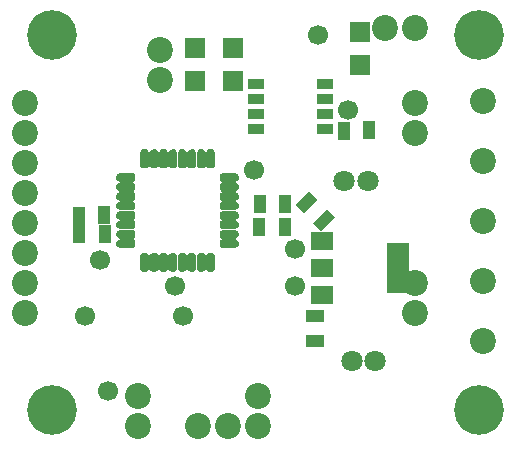
<source format=gbs>
%FSLAX34Y34*%
%MOMM*%
%LNSOLDERMASK_BOTTOM*%
G71*
G01*
%ADD10C, 1.70*%
%ADD11C, 2.20*%
%ADD12C, 0.20*%
%ADD13R, 0.70X0.70*%
%ADD14R, 1.00X1.63*%
%ADD15R, 1.63X1.00*%
%ADD16R, 1.80X1.80*%
%ADD17R, 1.90X1.60*%
%ADD18R, 1.90X4.20*%
%ADD19C, 1.80*%
%ADD20R, 1.40X0.92*%
%ADD21C, 4.20*%
%LPD*%
X250825Y-66550D02*
G54D10*
D03*
X250825Y-34800D02*
G54D10*
D03*
X295275Y82550D02*
G54D10*
D03*
X269875Y146050D02*
G54D10*
D03*
X352425Y88900D02*
G54D11*
D03*
X352425Y63500D02*
G54D11*
D03*
X22225Y88900D02*
G54D11*
D03*
X22225Y63500D02*
G54D11*
D03*
X22225Y38100D02*
G54D11*
D03*
X22225Y12700D02*
G54D11*
D03*
X22225Y-12700D02*
G54D11*
D03*
X22225Y-38100D02*
G54D11*
D03*
X352425Y-63500D02*
G54D11*
D03*
X352425Y-88900D02*
G54D11*
D03*
X409575Y-112655D02*
G54D11*
D03*
X409575Y90545D02*
G54D11*
D03*
X409575Y-61855D02*
G54D11*
D03*
X219508Y-159634D02*
G54D11*
D03*
X219508Y-185034D02*
G54D11*
D03*
X194108Y-185034D02*
G54D11*
D03*
X168705Y-185030D02*
G54D11*
D03*
X117908Y-185034D02*
G54D11*
D03*
X117908Y-159634D02*
G54D11*
D03*
X22225Y-63500D02*
G54D11*
D03*
X22225Y-88900D02*
G54D11*
D03*
X92075Y-155450D02*
G54D10*
D03*
X155575Y-91950D02*
G54D10*
D03*
X149225Y-66550D02*
G54D10*
D03*
X73025Y-91950D02*
G54D10*
D03*
X85725Y-44450D02*
G54D10*
D03*
X215717Y31764D02*
G54D10*
D03*
G36*
X202175Y26525D02*
X200175Y28525D01*
X189175Y28525D01*
X188175Y27525D01*
X188175Y23525D01*
X189175Y22525D01*
X200175Y22525D01*
X202175Y24525D01*
X202175Y26525D01*
G37*
G54D12*
X202175Y26525D02*
X200175Y28525D01*
X189175Y28525D01*
X188175Y27525D01*
X188175Y23525D01*
X189175Y22525D01*
X200175Y22525D01*
X202175Y24525D01*
X202175Y26525D01*
G36*
X202175Y18525D02*
X200175Y20525D01*
X189175Y20525D01*
X188175Y19525D01*
X188175Y15525D01*
X189175Y14525D01*
X200175Y14525D01*
X202175Y16525D01*
X202175Y18525D01*
G37*
G54D12*
X202175Y18525D02*
X200175Y20525D01*
X189175Y20525D01*
X188175Y19525D01*
X188175Y15525D01*
X189175Y14525D01*
X200175Y14525D01*
X202175Y16525D01*
X202175Y18525D01*
X193675Y25525D02*
G54D13*
D03*
X193675Y17525D02*
G54D13*
D03*
G36*
X202175Y10525D02*
X200175Y12525D01*
X189175Y12525D01*
X188175Y11525D01*
X188175Y7525D01*
X189175Y6525D01*
X200175Y6525D01*
X202175Y8525D01*
X202175Y10525D01*
G37*
G54D12*
X202175Y10525D02*
X200175Y12525D01*
X189175Y12525D01*
X188175Y11525D01*
X188175Y7525D01*
X189175Y6525D01*
X200175Y6525D01*
X202175Y8525D01*
X202175Y10525D01*
G36*
X202175Y2525D02*
X200175Y4525D01*
X189175Y4525D01*
X188175Y3525D01*
X188175Y-475D01*
X189175Y-1475D01*
X200175Y-1475D01*
X202175Y525D01*
X202175Y2525D01*
G37*
G54D12*
X202175Y2525D02*
X200175Y4525D01*
X189175Y4525D01*
X188175Y3525D01*
X188175Y-475D01*
X189175Y-1475D01*
X200175Y-1475D01*
X202175Y525D01*
X202175Y2525D01*
X193675Y9525D02*
G54D13*
D03*
X193675Y1525D02*
G54D13*
D03*
G36*
X202175Y-5475D02*
X200175Y-3475D01*
X189175Y-3475D01*
X188175Y-4475D01*
X188175Y-8475D01*
X189175Y-9475D01*
X200175Y-9475D01*
X202175Y-7475D01*
X202175Y-5475D01*
G37*
G54D12*
X202175Y-5475D02*
X200175Y-3475D01*
X189175Y-3475D01*
X188175Y-4475D01*
X188175Y-8475D01*
X189175Y-9475D01*
X200175Y-9475D01*
X202175Y-7475D01*
X202175Y-5475D01*
G36*
X202175Y-13475D02*
X200175Y-11475D01*
X189175Y-11475D01*
X188175Y-12475D01*
X188175Y-16475D01*
X189175Y-17475D01*
X200175Y-17475D01*
X202175Y-15475D01*
X202175Y-13475D01*
G37*
G54D12*
X202175Y-13475D02*
X200175Y-11475D01*
X189175Y-11475D01*
X188175Y-12475D01*
X188175Y-16475D01*
X189175Y-17475D01*
X200175Y-17475D01*
X202175Y-15475D01*
X202175Y-13475D01*
X193675Y-6475D02*
G54D13*
D03*
X193675Y-14475D02*
G54D13*
D03*
G36*
X202175Y-21475D02*
X200175Y-19475D01*
X189175Y-19475D01*
X188175Y-20475D01*
X188175Y-24475D01*
X189175Y-25475D01*
X200175Y-25475D01*
X202175Y-23475D01*
X202175Y-21475D01*
G37*
G54D12*
X202175Y-21475D02*
X200175Y-19475D01*
X189175Y-19475D01*
X188175Y-20475D01*
X188175Y-24475D01*
X189175Y-25475D01*
X200175Y-25475D01*
X202175Y-23475D01*
X202175Y-21475D01*
G36*
X202175Y-29475D02*
X200175Y-27475D01*
X189175Y-27475D01*
X188175Y-28475D01*
X188175Y-32475D01*
X189175Y-33475D01*
X200175Y-33475D01*
X202175Y-31475D01*
X202175Y-29475D01*
G37*
G54D12*
X202175Y-29475D02*
X200175Y-27475D01*
X189175Y-27475D01*
X188175Y-28475D01*
X188175Y-32475D01*
X189175Y-33475D01*
X200175Y-33475D01*
X202175Y-31475D01*
X202175Y-29475D01*
X193675Y-22475D02*
G54D13*
D03*
X193675Y-30475D02*
G54D13*
D03*
G36*
X122175Y48525D02*
X120175Y46525D01*
X120175Y35525D01*
X121175Y34525D01*
X125175Y34525D01*
X126175Y35525D01*
X126175Y46525D01*
X124175Y48525D01*
X122175Y48525D01*
G37*
G54D12*
X122175Y48525D02*
X120175Y46525D01*
X120175Y35525D01*
X121175Y34525D01*
X125175Y34525D01*
X126175Y35525D01*
X126175Y46525D01*
X124175Y48525D01*
X122175Y48525D01*
G36*
X130175Y48525D02*
X128175Y46525D01*
X128175Y35525D01*
X129175Y34525D01*
X133175Y34525D01*
X134175Y35525D01*
X134175Y46525D01*
X132175Y48525D01*
X130175Y48525D01*
G37*
G54D12*
X130175Y48525D02*
X128175Y46525D01*
X128175Y35525D01*
X129175Y34525D01*
X133175Y34525D01*
X134175Y35525D01*
X134175Y46525D01*
X132175Y48525D01*
X130175Y48525D01*
X123175Y40025D02*
G54D13*
D03*
X131175Y40025D02*
G54D13*
D03*
G36*
X138175Y48525D02*
X136175Y46525D01*
X136175Y35525D01*
X137175Y34525D01*
X141175Y34525D01*
X142175Y35525D01*
X142175Y46525D01*
X140175Y48525D01*
X138175Y48525D01*
G37*
G54D12*
X138175Y48525D02*
X136175Y46525D01*
X136175Y35525D01*
X137175Y34525D01*
X141175Y34525D01*
X142175Y35525D01*
X142175Y46525D01*
X140175Y48525D01*
X138175Y48525D01*
G36*
X146175Y48525D02*
X144175Y46525D01*
X144175Y35525D01*
X145175Y34525D01*
X149175Y34525D01*
X150175Y35525D01*
X150175Y46525D01*
X148175Y48525D01*
X146175Y48525D01*
G37*
G54D12*
X146175Y48525D02*
X144175Y46525D01*
X144175Y35525D01*
X145175Y34525D01*
X149175Y34525D01*
X150175Y35525D01*
X150175Y46525D01*
X148175Y48525D01*
X146175Y48525D01*
X139175Y40025D02*
G54D13*
D03*
X147175Y40025D02*
G54D13*
D03*
G36*
X154175Y48525D02*
X152175Y46525D01*
X152175Y35525D01*
X153175Y34525D01*
X157175Y34525D01*
X158175Y35525D01*
X158175Y46525D01*
X156175Y48525D01*
X154175Y48525D01*
G37*
G54D12*
X154175Y48525D02*
X152175Y46525D01*
X152175Y35525D01*
X153175Y34525D01*
X157175Y34525D01*
X158175Y35525D01*
X158175Y46525D01*
X156175Y48525D01*
X154175Y48525D01*
G36*
X162175Y48525D02*
X160175Y46525D01*
X160175Y35525D01*
X161175Y34525D01*
X165175Y34525D01*
X166175Y35525D01*
X166175Y46525D01*
X164175Y48525D01*
X162175Y48525D01*
G37*
G54D12*
X162175Y48525D02*
X160175Y46525D01*
X160175Y35525D01*
X161175Y34525D01*
X165175Y34525D01*
X166175Y35525D01*
X166175Y46525D01*
X164175Y48525D01*
X162175Y48525D01*
X155175Y40025D02*
G54D13*
D03*
X163175Y40025D02*
G54D13*
D03*
G36*
X170175Y48525D02*
X168175Y46525D01*
X168175Y35525D01*
X169175Y34525D01*
X173175Y34525D01*
X174175Y35525D01*
X174175Y46525D01*
X172175Y48525D01*
X170175Y48525D01*
G37*
G54D12*
X170175Y48525D02*
X168175Y46525D01*
X168175Y35525D01*
X169175Y34525D01*
X173175Y34525D01*
X174175Y35525D01*
X174175Y46525D01*
X172175Y48525D01*
X170175Y48525D01*
G36*
X178175Y48525D02*
X176175Y46525D01*
X176175Y35525D01*
X177175Y34525D01*
X181175Y34525D01*
X182175Y35525D01*
X182175Y46525D01*
X180175Y48525D01*
X178175Y48525D01*
G37*
G54D12*
X178175Y48525D02*
X176175Y46525D01*
X176175Y35525D01*
X177175Y34525D01*
X181175Y34525D01*
X182175Y35525D01*
X182175Y46525D01*
X180175Y48525D01*
X178175Y48525D01*
X171175Y40025D02*
G54D13*
D03*
X179175Y40025D02*
G54D13*
D03*
G36*
X100175Y-31475D02*
X102175Y-33475D01*
X113175Y-33475D01*
X114175Y-32475D01*
X114175Y-28475D01*
X113175Y-27475D01*
X102175Y-27475D01*
X100175Y-29475D01*
X100175Y-31475D01*
G37*
G54D12*
X100175Y-31475D02*
X102175Y-33475D01*
X113175Y-33475D01*
X114175Y-32475D01*
X114175Y-28475D01*
X113175Y-27475D01*
X102175Y-27475D01*
X100175Y-29475D01*
X100175Y-31475D01*
G36*
X100175Y-23475D02*
X102175Y-25475D01*
X113175Y-25475D01*
X114175Y-24475D01*
X114175Y-20475D01*
X113175Y-19475D01*
X102175Y-19475D01*
X100175Y-21475D01*
X100175Y-23475D01*
G37*
G54D12*
X100175Y-23475D02*
X102175Y-25475D01*
X113175Y-25475D01*
X114175Y-24475D01*
X114175Y-20475D01*
X113175Y-19475D01*
X102175Y-19475D01*
X100175Y-21475D01*
X100175Y-23475D01*
X108675Y-30475D02*
G54D13*
D03*
X108675Y-22475D02*
G54D13*
D03*
G36*
X100175Y-15475D02*
X102175Y-17475D01*
X113175Y-17475D01*
X114175Y-16475D01*
X114175Y-12475D01*
X113175Y-11475D01*
X102175Y-11475D01*
X100175Y-13475D01*
X100175Y-15475D01*
G37*
G54D12*
X100175Y-15475D02*
X102175Y-17475D01*
X113175Y-17475D01*
X114175Y-16475D01*
X114175Y-12475D01*
X113175Y-11475D01*
X102175Y-11475D01*
X100175Y-13475D01*
X100175Y-15475D01*
G36*
X100175Y-7475D02*
X102175Y-9475D01*
X113175Y-9475D01*
X114175Y-8475D01*
X114175Y-4475D01*
X113175Y-3475D01*
X102175Y-3475D01*
X100175Y-5475D01*
X100175Y-7475D01*
G37*
G54D12*
X100175Y-7475D02*
X102175Y-9475D01*
X113175Y-9475D01*
X114175Y-8475D01*
X114175Y-4475D01*
X113175Y-3475D01*
X102175Y-3475D01*
X100175Y-5475D01*
X100175Y-7475D01*
X108675Y-14475D02*
G54D13*
D03*
X108675Y-6475D02*
G54D13*
D03*
G36*
X100175Y525D02*
X102175Y-1475D01*
X113175Y-1475D01*
X114175Y-475D01*
X114175Y3525D01*
X113175Y4525D01*
X102175Y4525D01*
X100175Y2525D01*
X100175Y525D01*
G37*
G54D12*
X100175Y525D02*
X102175Y-1475D01*
X113175Y-1475D01*
X114175Y-475D01*
X114175Y3525D01*
X113175Y4525D01*
X102175Y4525D01*
X100175Y2525D01*
X100175Y525D01*
G36*
X100175Y8525D02*
X102175Y6525D01*
X113175Y6525D01*
X114175Y7525D01*
X114175Y11525D01*
X113175Y12525D01*
X102175Y12525D01*
X100175Y10525D01*
X100175Y8525D01*
G37*
G54D12*
X100175Y8525D02*
X102175Y6525D01*
X113175Y6525D01*
X114175Y7525D01*
X114175Y11525D01*
X113175Y12525D01*
X102175Y12525D01*
X100175Y10525D01*
X100175Y8525D01*
X108675Y1525D02*
G54D13*
D03*
X108675Y9525D02*
G54D13*
D03*
G36*
X100175Y16525D02*
X102175Y14525D01*
X113175Y14525D01*
X114175Y15525D01*
X114175Y19525D01*
X113175Y20525D01*
X102175Y20525D01*
X100175Y18525D01*
X100175Y16525D01*
G37*
G54D12*
X100175Y16525D02*
X102175Y14525D01*
X113175Y14525D01*
X114175Y15525D01*
X114175Y19525D01*
X113175Y20525D01*
X102175Y20525D01*
X100175Y18525D01*
X100175Y16525D01*
G36*
X100175Y24525D02*
X102175Y22525D01*
X113175Y22525D01*
X114175Y23525D01*
X114175Y27525D01*
X113175Y28525D01*
X102175Y28525D01*
X100175Y26525D01*
X100175Y24525D01*
G37*
G54D12*
X100175Y24525D02*
X102175Y22525D01*
X113175Y22525D01*
X114175Y23525D01*
X114175Y27525D01*
X113175Y28525D01*
X102175Y28525D01*
X100175Y26525D01*
X100175Y24525D01*
X108675Y17525D02*
G54D13*
D03*
X108675Y25525D02*
G54D13*
D03*
G36*
X180175Y-53475D02*
X182175Y-51475D01*
X182175Y-40475D01*
X181175Y-39475D01*
X177175Y-39475D01*
X176175Y-40475D01*
X176175Y-51475D01*
X178175Y-53475D01*
X180175Y-53475D01*
G37*
G54D12*
X180175Y-53475D02*
X182175Y-51475D01*
X182175Y-40475D01*
X181175Y-39475D01*
X177175Y-39475D01*
X176175Y-40475D01*
X176175Y-51475D01*
X178175Y-53475D01*
X180175Y-53475D01*
G36*
X172175Y-53475D02*
X174175Y-51475D01*
X174175Y-40475D01*
X173175Y-39475D01*
X169175Y-39475D01*
X168175Y-40475D01*
X168175Y-51475D01*
X170175Y-53475D01*
X172175Y-53475D01*
G37*
G54D12*
X172175Y-53475D02*
X174175Y-51475D01*
X174175Y-40475D01*
X173175Y-39475D01*
X169175Y-39475D01*
X168175Y-40475D01*
X168175Y-51475D01*
X170175Y-53475D01*
X172175Y-53475D01*
X179175Y-44975D02*
G54D13*
D03*
X171175Y-44975D02*
G54D13*
D03*
G36*
X164175Y-53475D02*
X166175Y-51475D01*
X166175Y-40475D01*
X165175Y-39475D01*
X161175Y-39475D01*
X160175Y-40475D01*
X160175Y-51475D01*
X162175Y-53475D01*
X164175Y-53475D01*
G37*
G54D12*
X164175Y-53475D02*
X166175Y-51475D01*
X166175Y-40475D01*
X165175Y-39475D01*
X161175Y-39475D01*
X160175Y-40475D01*
X160175Y-51475D01*
X162175Y-53475D01*
X164175Y-53475D01*
G36*
X156175Y-53475D02*
X158175Y-51475D01*
X158175Y-40475D01*
X157175Y-39475D01*
X153175Y-39475D01*
X152175Y-40475D01*
X152175Y-51475D01*
X154175Y-53475D01*
X156175Y-53475D01*
G37*
G54D12*
X156175Y-53475D02*
X158175Y-51475D01*
X158175Y-40475D01*
X157175Y-39475D01*
X153175Y-39475D01*
X152175Y-40475D01*
X152175Y-51475D01*
X154175Y-53475D01*
X156175Y-53475D01*
X163175Y-44975D02*
G54D13*
D03*
X155175Y-44975D02*
G54D13*
D03*
G36*
X148175Y-53475D02*
X150175Y-51475D01*
X150175Y-40475D01*
X149175Y-39475D01*
X145175Y-39475D01*
X144175Y-40475D01*
X144175Y-51475D01*
X146175Y-53475D01*
X148175Y-53475D01*
G37*
G54D12*
X148175Y-53475D02*
X150175Y-51475D01*
X150175Y-40475D01*
X149175Y-39475D01*
X145175Y-39475D01*
X144175Y-40475D01*
X144175Y-51475D01*
X146175Y-53475D01*
X148175Y-53475D01*
G36*
X140175Y-53475D02*
X142175Y-51475D01*
X142175Y-40475D01*
X141175Y-39475D01*
X137175Y-39475D01*
X136175Y-40475D01*
X136175Y-51475D01*
X138175Y-53475D01*
X140175Y-53475D01*
G37*
G54D12*
X140175Y-53475D02*
X142175Y-51475D01*
X142175Y-40475D01*
X141175Y-39475D01*
X137175Y-39475D01*
X136175Y-40475D01*
X136175Y-51475D01*
X138175Y-53475D01*
X140175Y-53475D01*
X147175Y-44975D02*
G54D13*
D03*
X139175Y-44975D02*
G54D13*
D03*
G36*
X132175Y-53475D02*
X134175Y-51475D01*
X134175Y-40475D01*
X133175Y-39475D01*
X129175Y-39475D01*
X128175Y-40475D01*
X128175Y-51475D01*
X130175Y-53475D01*
X132175Y-53475D01*
G37*
G54D12*
X132175Y-53475D02*
X134175Y-51475D01*
X134175Y-40475D01*
X133175Y-39475D01*
X129175Y-39475D01*
X128175Y-40475D01*
X128175Y-51475D01*
X130175Y-53475D01*
X132175Y-53475D01*
G36*
X124175Y-53475D02*
X126175Y-51475D01*
X126175Y-40475D01*
X125175Y-39475D01*
X121175Y-39475D01*
X120175Y-40475D01*
X120175Y-51475D01*
X122175Y-53475D01*
X124175Y-53475D01*
G37*
G54D12*
X124175Y-53475D02*
X126175Y-51475D01*
X126175Y-40475D01*
X125175Y-39475D01*
X121175Y-39475D01*
X120175Y-40475D01*
X120175Y-51475D01*
X122175Y-53475D01*
X124175Y-53475D01*
X131175Y-44975D02*
G54D13*
D03*
X123175Y-44975D02*
G54D13*
D03*
X220835Y3158D02*
G54D14*
D03*
X242135Y3192D02*
G54D14*
D03*
X220454Y-16360D02*
G54D14*
D03*
X241754Y-16326D02*
G54D14*
D03*
X67905Y-6595D02*
G54D14*
D03*
X89205Y-6561D02*
G54D14*
D03*
X68117Y-22563D02*
G54D14*
D03*
X89417Y-22530D02*
G54D14*
D03*
X292160Y65379D02*
G54D14*
D03*
X313460Y65412D02*
G54D14*
D03*
X267318Y-91328D02*
G54D15*
D03*
X267351Y-112628D02*
G54D15*
D03*
G36*
X272902Y-19727D02*
X265831Y-12656D01*
X277357Y-1130D01*
X284428Y-8201D01*
X272902Y-19727D01*
G37*
G36*
X257817Y-4690D02*
X250746Y2381D01*
X262272Y13907D01*
X269343Y6836D01*
X257817Y-4690D01*
G37*
X166214Y135131D02*
G54D16*
D03*
X166214Y107131D02*
G54D16*
D03*
X197964Y135131D02*
G54D16*
D03*
X197964Y107131D02*
G54D16*
D03*
X273179Y-73778D02*
G54D17*
D03*
X273179Y-50778D02*
G54D17*
D03*
X273179Y-27778D02*
G54D17*
D03*
X338179Y-50778D02*
G54D18*
D03*
X292318Y22984D02*
G54D19*
D03*
X312318Y22984D02*
G54D19*
D03*
X298668Y-129416D02*
G54D19*
D03*
X318668Y-129416D02*
G54D19*
D03*
X217376Y66800D02*
G54D20*
D03*
X276276Y66800D02*
G54D20*
D03*
X217376Y79500D02*
G54D20*
D03*
X276276Y79500D02*
G54D20*
D03*
X217376Y92200D02*
G54D20*
D03*
X276276Y92200D02*
G54D20*
D03*
X217376Y104900D02*
G54D20*
D03*
X276276Y104900D02*
G54D20*
D03*
X305514Y121013D02*
G54D16*
D03*
X305514Y149013D02*
G54D16*
D03*
X352425Y152400D02*
G54D11*
D03*
X327025Y152400D02*
G54D11*
D03*
X409575Y39745D02*
G54D11*
D03*
X44450Y146050D02*
G54D21*
D03*
X44450Y-171450D02*
G54D21*
D03*
X406400Y-171450D02*
G54D21*
D03*
X409575Y-11055D02*
G54D11*
D03*
X406400Y146050D02*
G54D21*
D03*
X136525Y107950D02*
G54D11*
D03*
X136525Y133350D02*
G54D11*
D03*
M02*

</source>
